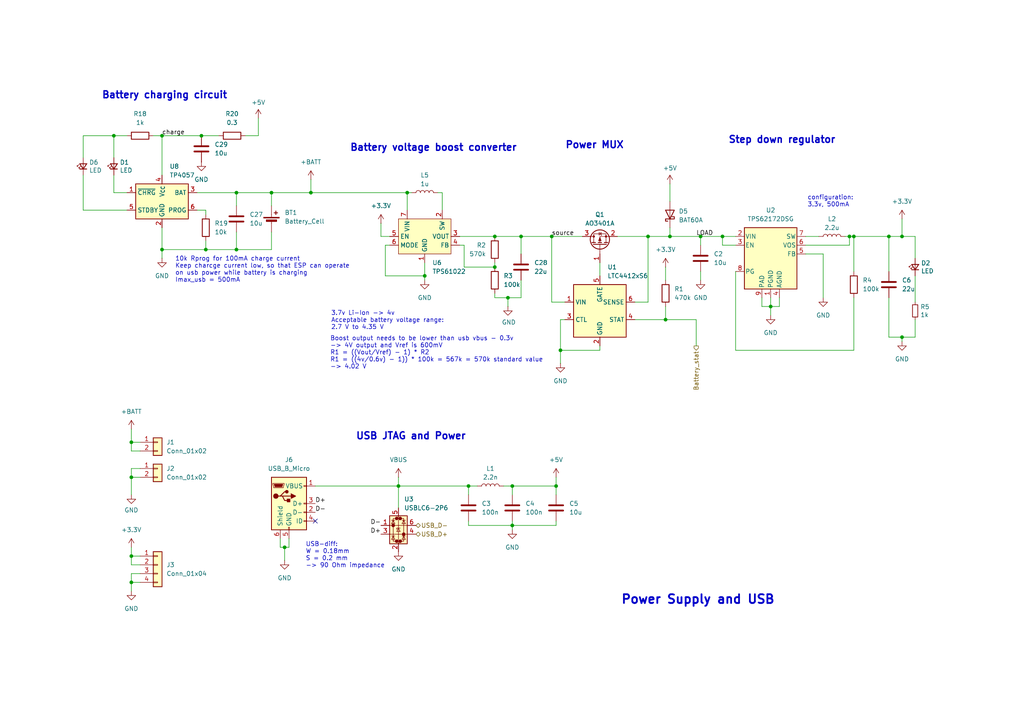
<source format=kicad_sch>
(kicad_sch (version 20231120) (generator "eeschema") (generator_version "8.0")
  (paper "A4")
  (lib_symbols
    (symbol "+3.3V_1" (power) (pin_numbers hide) (pin_names (offset 0) hide)
      (property "Value" "+3.3V" (at 0 3.556 0))
      (symbol "+3.3V_1_0_1"
        (polyline (pts (xy -0.762 1.27) (xy 0 2.54)))
        (polyline (pts (xy 0 0) (xy 0 2.54)))
        (polyline (pts (xy 0 2.54) (xy 0.762 1.27)))
      )
      (symbol "+3.3V_1_1_1"
        (pin power_in line (at 0 0 90) (length 0) (name "~") (number "1"))
      )
    )
    (symbol "+3.3V_2" (power) (pin_numbers hide) (pin_names (offset 0) hide)
      (property "Value" "+3.3V" (at 0 3.556 0))
      (symbol "+3.3V_2_0_1"
        (polyline (pts (xy -0.762 1.27) (xy 0 2.54)))
        (polyline (pts (xy 0 0) (xy 0 2.54)))
        (polyline (pts (xy 0 2.54) (xy 0.762 1.27)))
      )
      (symbol "+3.3V_2_1_1"
        (pin power_in line (at 0 0 90) (length 0) (name "~") (number "1"))
      )
    )
    (symbol "Battery_Management:TP4057"
      (property "Reference" "U" (at -6.35 6.604 0))
      (property "Value" "TP4057" (at 1.524 6.604 0))
      (symbol "TP4057_0_1"
        (rectangle (start -7.62 5.08) (end 7.62 -5.08) (stroke (width 0.254)) (fill (type background)))
      )
      (symbol "TP4057_1_1"
        (pin open_collector line (at -10.16 2.54 0) (length 2.54) (name "~{CHRG}") (number "1"))
        (pin power_in line (at 0 -7.62 90) (length 2.54) (name "GND") (number "2"))
        (pin power_out line (at 10.16 2.54 180) (length 2.54) (name "BAT") (number "3"))
        (pin power_in line (at 0 7.62 270) (length 2.54) (name "V_{CC}") (number "4"))
        (pin open_collector line (at -10.16 -2.54 0) (length 2.54) (name "STDBY") (number "5"))
        (pin passive line (at 10.16 -2.54 180) (length 2.54) (name "PROG") (number "6"))
      )
    )
    (symbol "Connector:USB_B_Micro" (pin_names (offset 1.016))
      (property "Reference" "J" (at -5.08 11.43 0))
      (property "Value" "USB_B_Micro" (at -5.08 8.89 0))
      (symbol "USB_B_Micro_0_1"
        (rectangle (start -5.08 -7.62) (end 5.08 7.62) (stroke (width 0.254)) (fill (type background)))
        (circle (center -3.81 2.159) (radius 0.635) (stroke (width 0.254)) (fill (type outline)))
        (circle (center -0.635 3.429) (radius 0.381) (stroke (width 0.254)) (fill (type outline)))
        (rectangle (start -0.127 -7.62) (end 0.127 -6.858))
        (polyline (pts (xy -1.905 2.159) (xy 0.635 2.159)) (stroke (width 0.254)))
        (polyline (pts (xy -3.175 2.159) (xy -2.54 2.159) (xy -1.27 3.429) (xy -0.635 3.429)) (stroke (width 0.254)))
        (polyline (pts (xy -2.54 2.159) (xy -1.905 2.159) (xy -1.27 0.889) (xy 0 0.889)) (stroke (width 0.254)))
        (polyline (pts (xy 0.635 2.794) (xy 0.635 1.524) (xy 1.905 2.159) (xy 0.635 2.794)) (stroke (width 0.254)) (fill (type outline)))
        (polyline (pts (xy -4.318 5.588) (xy -1.778 5.588) (xy -2.032 4.826) (xy -4.064 4.826) (xy -4.318 5.588)) (fill (type outline)))
        (polyline (pts (xy -4.699 5.842) (xy -4.699 5.588) (xy -4.445 4.826) (xy -4.445 4.572) (xy -1.651 4.572) (xy -1.651 4.826) (xy -1.397 5.588) (xy -1.397 5.842) (xy -4.699 5.842)))
        (rectangle (start 0.254 1.27) (end -0.508 0.508) (stroke (width 0.254)) (fill (type outline)))
        (rectangle (start 5.08 -5.207) (end 4.318 -4.953))
        (rectangle (start 5.08 -2.667) (end 4.318 -2.413))
        (rectangle (start 5.08 -0.127) (end 4.318 0.127))
        (rectangle (start 5.08 4.953) (end 4.318 5.207))
      )
      (symbol "USB_B_Micro_1_1"
        (pin power_out line (at 7.62 5.08 180) (length 2.54) (name "VBUS") (number "1"))
        (pin bidirectional line (at 7.62 -2.54 180) (length 2.54) (name "D-") (number "2"))
        (pin bidirectional line (at 7.62 0 180) (length 2.54) (name "D+") (number "3"))
        (pin passive line (at 7.62 -5.08 180) (length 2.54) (name "ID") (number "4"))
        (pin power_out line (at 0 -10.16 90) (length 2.54) (name "GND") (number "5"))
        (pin passive line (at -2.54 -10.16 90) (length 2.54) (name "Shield") (number "6"))
      )
    )
    (symbol "Connector_Generic:Conn_01x02" (pin_names (offset 1.016) hide)
      (property "Reference" "J" (at 0 2.54 0))
      (property "Value" "Conn_01x02" (at 0 -5.08 0))
      (symbol "Conn_01x02_1_1"
        (rectangle (start -1.27 -2.413) (end 0 -2.667) (stroke (width 0.1524)))
        (rectangle (start -1.27 0.127) (end 0 -0.127) (stroke (width 0.1524)))
        (rectangle (start -1.27 1.27) (end 1.27 -3.81) (stroke (width 0.254)) (fill (type background)))
        (pin passive line (at -5.08 0 0) (length 3.81) (name "Pin_1") (number "1"))
        (pin passive line (at -5.08 -2.54 0) (length 3.81) (name "Pin_2") (number "2"))
      )
    )
    (symbol "Connector_Generic:Conn_01x04" (pin_names (offset 1.016) hide)
      (property "Reference" "J" (at 0 5.08 0))
      (property "Value" "Conn_01x04" (at 0 -7.62 0))
      (symbol "Conn_01x04_1_1"
        (rectangle (start -1.27 -4.953) (end 0 -5.207) (stroke (width 0.1524)))
        (rectangle (start -1.27 -2.413) (end 0 -2.667) (stroke (width 0.1524)))
        (rectangle (start -1.27 0.127) (end 0 -0.127) (stroke (width 0.1524)))
        (rectangle (start -1.27 2.667) (end 0 2.413) (stroke (width 0.1524)))
        (rectangle (start -1.27 3.81) (end 1.27 -6.35) (stroke (width 0.254)) (fill (type background)))
        (pin passive line (at -5.08 2.54 0) (length 3.81) (name "Pin_1") (number "1"))
        (pin passive line (at -5.08 0 0) (length 3.81) (name "Pin_2") (number "2"))
        (pin passive line (at -5.08 -2.54 0) (length 3.81) (name "Pin_3") (number "3"))
        (pin passive line (at -5.08 -5.08 0) (length 3.81) (name "Pin_4") (number "4"))
      )
    )
    (symbol "Converter_DCDC:TPS61022"
      (property "Reference" "U" (at 0 7.62 0))
      (property "Value" "TPS61022" (at 7.62 -7.62 0))
      (symbol "TPS61022_1_1"
        (rectangle (start -7.62 5.08) (end 7.62 -5.08) (fill (type background)))
        (pin power_in line (at 0 -7.62 90) (length 2.54) (name "GND") (number "1"))
        (pin input line (at 5.08 7.62 270) (length 2.54) (name "SW") (number "2"))
        (pin power_out line (at 10.16 0 180) (length 2.54) (name "VOUT") (number "3"))
        (pin input line (at 10.16 -2.54 180) (length 2.54) (name "FB") (number "4"))
        (pin input line (at -10.16 0 0) (length 2.54) (name "EN") (number "5"))
        (pin input line (at -10.16 -2.54 0) (length 2.54) (name "MODE") (number "6"))
        (pin power_in line (at -5.08 7.62 270) (length 2.54) (name "VIN") (number "7"))
      )
    )
    (symbol "Device:Battery_Cell" (pin_numbers hide) (pin_names (offset 0) hide)
      (property "Reference" "BT" (at 2.54 2.54 0))
      (property "Value" "Battery_Cell" (at 2.54 0 0))
      (symbol "Battery_Cell_0_1"
        (rectangle (start -2.286 1.778) (end 2.286 1.524) (fill (type outline)))
        (rectangle (start -1.524 1.016) (end 1.524 0.508) (fill (type outline)))
        (polyline (pts (xy 0 0.762) (xy 0 0)))
        (polyline (pts (xy 0 1.778) (xy 0 2.54)))
        (polyline (pts (xy 0.762 3.048) (xy 1.778 3.048)) (stroke (width 0.254)))
        (polyline (pts (xy 1.27 3.556) (xy 1.27 2.54)) (stroke (width 0.254)))
      )
      (symbol "Battery_Cell_1_1"
        (pin passive line (at 0 5.08 270) (length 2.54) (name "+") (number "1"))
        (pin passive line (at 0 -2.54 90) (length 2.54) (name "-") (number "2"))
      )
    )
    (symbol "Device:C" (pin_numbers hide) (pin_names (offset 0.254))
      (property "Reference" "C" (at 0.635 2.54 0))
      (property "Value" "C" (at 0.635 -2.54 0))
      (symbol "C_0_1"
        (polyline (pts (xy -2.032 -0.762) (xy 2.032 -0.762)) (stroke (width 0.508)))
        (polyline (pts (xy -2.032 0.762) (xy 2.032 0.762)) (stroke (width 0.508)))
      )
      (symbol "C_1_1"
        (pin passive line (at 0 3.81 270) (length 2.794) (name "~") (number "1"))
        (pin passive line (at 0 -3.81 90) (length 2.794) (name "~") (number "2"))
      )
    )
    (symbol "Device:L" (pin_numbers hide) (pin_names (offset 1.016) hide)
      (property "Reference" "L" (at -1.27 0 90))
      (property "Value" "L" (at 1.905 0 90))
      (symbol "L_0_1"
        (arc (start 0 -2.54) (mid 0.6323 -1.905) (end 0 -1.27))
        (arc (start 0 -1.27) (mid 0.6323 -0.635) (end 0 0))
        (arc (start 0 0) (mid 0.6323 0.635) (end 0 1.27))
        (arc (start 0 1.27) (mid 0.6323 1.905) (end 0 2.54))
      )
      (symbol "L_1_1"
        (pin passive line (at 0 3.81 270) (length 1.27) (name "1") (number "1"))
        (pin passive line (at 0 -3.81 90) (length 1.27) (name "2") (number "2"))
      )
    )
    (symbol "Device:LED_Small" (pin_numbers hide) (pin_names (offset 0.254) hide)
      (property "Reference" "D" (at -1.27 3.175 0))
      (property "Value" "LED_Small" (at -4.445 -2.54 0))
      (symbol "LED_Small_0_1"
        (polyline (pts (xy -0.762 -1.016) (xy -0.762 1.016)) (stroke (width 0.254)))
        (polyline (pts (xy 1.016 0) (xy -0.762 0)))
        (polyline (pts (xy 0.762 -1.016) (xy -0.762 0) (xy 0.762 1.016) (xy 0.762 -1.016)) (stroke (width 0.254)))
        (polyline (pts (xy 0 0.762) (xy -0.508 1.27) (xy -0.254 1.27) (xy -0.508 1.27) (xy -0.508 1.016)))
        (polyline (pts (xy 0.508 1.27) (xy 0 1.778) (xy 0.254 1.778) (xy 0 1.778) (xy 0 1.524)))
      )
      (symbol "LED_Small_1_1"
        (pin passive line (at -2.54 0 0) (length 1.778) (name "K") (number "1"))
        (pin passive line (at 2.54 0 180) (length 1.778) (name "A") (number "2"))
      )
    )
    (symbol "Device:R" (pin_numbers hide) (pin_names (offset 0))
      (property "Reference" "R" (at 2.032 0 90))
      (property "Value" "R" (at 0 0 90))
      (symbol "R_0_1"
        (rectangle (start -1.016 -2.54) (end 1.016 2.54) (stroke (width 0.254)))
      )
      (symbol "R_1_1"
        (pin passive line (at 0 3.81 270) (length 1.27) (name "~") (number "1"))
        (pin passive line (at 0 -3.81 90) (length 1.27) (name "~") (number "2"))
      )
    )
    (symbol "Device:R_Small" (pin_numbers hide) (pin_names (offset 0.254) hide)
      (property "Reference" "R" (at 0.762 0.508 0))
      (property "Value" "R_Small" (at 0.762 -1.016 0))
      (symbol "R_Small_0_1"
        (rectangle (start -0.762 1.778) (end 0.762 -1.778) (stroke (width 0.2032)))
      )
      (symbol "R_Small_1_1"
        (pin passive line (at 0 2.54 270) (length 0.762) (name "~") (number "1"))
        (pin passive line (at 0 -2.54 90) (length 0.762) (name "~") (number "2"))
      )
    )
    (symbol "Diode:BAT60A" (pin_numbers hide) (pin_names (offset 1.016) hide)
      (property "Reference" "D" (at 0 2.54 0))
      (property "Value" "BAT60A" (at 0 -2.54 0))
      (symbol "BAT60A_0_1"
        (polyline (pts (xy 1.27 0) (xy -1.27 0)))
        (polyline (pts (xy 1.27 1.27) (xy 1.27 -1.27) (xy -1.27 0) (xy 1.27 1.27)) (stroke (width 0.254)))
        (polyline (pts (xy -1.905 0.635) (xy -1.905 1.27) (xy -1.27 1.27) (xy -1.27 -1.27) (xy -0.635 -1.27) (xy -0.635 -0.635)) (stroke (width 0.254)))
      )
      (symbol "BAT60A_1_1"
        (pin passive line (at -3.81 0 0) (length 2.54) (name "K") (number "1"))
        (pin passive line (at 3.81 0 180) (length 2.54) (name "A") (number "2"))
      )
    )
    (symbol "GND_1" (power) (pin_numbers hide) (pin_names (offset 0) hide)
      (property "Value" "GND" (at 0 -3.81 0))
      (symbol "GND_1_0_1"
        (polyline (pts (xy 0 0) (xy 0 -1.27) (xy 1.27 -1.27) (xy 0 -2.54) (xy -1.27 -1.27) (xy 0 -1.27)))
      )
      (symbol "GND_1_1_1"
        (pin power_in line (at 0 0 270) (length 0) (name "~") (number "1"))
      )
    )
    (symbol "GND_2" (power) (pin_numbers hide) (pin_names (offset 0) hide)
      (property "Value" "GND" (at 0 -3.81 0))
      (symbol "GND_2_0_1"
        (polyline (pts (xy 0 0) (xy 0 -1.27) (xy 1.27 -1.27) (xy 0 -2.54) (xy -1.27 -1.27) (xy 0 -1.27)))
      )
      (symbol "GND_2_1_1"
        (pin power_in line (at 0 0 270) (length 0) (name "~") (number "1"))
      )
    )
    (symbol "GND_3" (power) (pin_numbers hide) (pin_names (offset 0) hide)
      (property "Value" "GND" (at 0 -3.81 0))
      (symbol "GND_3_0_1"
        (polyline (pts (xy 0 0) (xy 0 -1.27) (xy 1.27 -1.27) (xy 0 -2.54) (xy -1.27 -1.27) (xy 0 -1.27)))
      )
      (symbol "GND_3_1_1"
        (pin power_in line (at 0 0 270) (length 0) (name "~") (number "1"))
      )
    )
    (symbol "GND_4" (power) (pin_numbers hide) (pin_names (offset 0) hide)
      (property "Value" "GND" (at 0 -3.81 0))
      (symbol "GND_4_0_1"
        (polyline (pts (xy 0 0) (xy 0 -1.27) (xy 1.27 -1.27) (xy 0 -2.54) (xy -1.27 -1.27) (xy 0 -1.27)))
      )
      (symbol "GND_4_1_1"
        (pin power_in line (at 0 0 270) (length 0) (name "~") (number "1"))
      )
    )
    (symbol "GND_5" (power) (pin_numbers hide) (pin_names (offset 0) hide)
      (property "Value" "GND" (at 0 -3.81 0))
      (symbol "GND_5_0_1"
        (polyline (pts (xy 0 0) (xy 0 -1.27) (xy 1.27 -1.27) (xy 0 -2.54) (xy -1.27 -1.27) (xy 0 -1.27)))
      )
      (symbol "GND_5_1_1"
        (pin power_in line (at 0 0 270) (length 0) (name "~") (number "1"))
      )
    )
    (symbol "Power_Management:LTC4412xS6"
      (property "Reference" "U" (at -6.35 8.89 0))
      (property "Value" "LTC4412xS6" (at 6.35 8.89 0))
      (symbol "LTC4412xS6_0_1"
        (rectangle (start -7.62 7.62) (end 7.62 -7.62) (stroke (width 0.254)) (fill (type background)))
      )
      (symbol "LTC4412xS6_1_1"
        (pin power_in line (at -10.16 2.54 0) (length 2.54) (name "VIN") (number "1"))
        (pin power_in line (at 0 -10.16 90) (length 2.54) (name "GND") (number "2"))
        (pin input line (at -10.16 -2.54 0) (length 2.54) (name "CTL") (number "3"))
        (pin open_collector line (at 10.16 -2.54 180) (length 2.54) (name "STAT") (number "4"))
        (pin output line (at 0 10.16 270) (length 2.54) (name "GATE") (number "5"))
        (pin input line (at 10.16 2.54 180) (length 2.54) (name "SENSE") (number "6"))
      )
    )
    (symbol "Power_Protection:USBLC6-2P6" (pin_names hide)
      (property "Reference" "U" (at 0.635 5.715 0))
      (property "Value" "USBLC6-2P6" (at 0.635 3.81 0))
      (symbol "USBLC6-2P6_0_0"
        (circle (center -1.524 0) (radius 0.0001) (stroke (width 0.508)))
        (circle (center -0.508 -4.572) (radius 0.0001) (stroke (width 0.508)))
        (circle (center -0.508 2.032) (radius 0.0001) (stroke (width 0.508)))
        (circle (center 0.508 -4.572) (radius 0.0001) (stroke (width 0.508)))
        (circle (center 0.508 2.032) (radius 0.0001) (stroke (width 0.508)))
        (circle (center 1.524 -2.54) (radius 0.0001) (stroke (width 0.508)))
      )
      (symbol "USBLC6-2P6_0_1"
        (polyline (pts (xy -2.54 -2.54) (xy 2.54 -2.54)))
        (polyline (pts (xy -2.54 0) (xy 2.54 0)))
        (polyline (pts (xy -2.032 -3.048) (xy -1.016 -3.048)))
        (polyline (pts (xy -1.016 1.524) (xy -2.032 1.524)))
        (polyline (pts (xy 1.016 -3.048) (xy 2.032 -3.048)))
        (polyline (pts (xy 1.016 1.524) (xy 2.032 1.524)))
        (polyline (pts (xy -0.508 -1.143) (xy -0.508 -0.762) (xy 0.508 -0.762)))
        (polyline (pts (xy -2.032 0.508) (xy -1.016 0.508) (xy -1.524 1.524) (xy -2.032 0.508)))
        (polyline (pts (xy -1.016 -4.064) (xy -2.032 -4.064) (xy -1.524 -3.048) (xy -1.016 -4.064)))
        (polyline (pts (xy 0.508 -1.778) (xy -0.508 -1.778) (xy 0 -0.762) (xy 0.508 -1.778)))
        (polyline (pts (xy 2.032 -4.064) (xy 1.016 -4.064) (xy 1.524 -3.048) (xy 2.032 -4.064)))
        (polyline (pts (xy 2.032 0.508) (xy 1.016 0.508) (xy 1.524 1.524) (xy 2.032 0.508)))
        (polyline (pts (xy 0 2.54) (xy -0.508 2.032) (xy 0.508 2.032) (xy 0 1.524) (xy 0 -4.064) (xy -0.508 -4.572) (xy 0.508 -4.572) (xy 0 -5.08)))
      )
      (symbol "USBLC6-2P6_1_1"
        (rectangle (start -2.54 2.794) (end 2.54 -5.334) (stroke (width 0.254)) (fill (type background)))
        (polyline (pts (xy -0.508 2.032) (xy -1.524 2.032) (xy -1.524 -4.572) (xy -0.508 -4.572)))
        (polyline (pts (xy 0.508 -4.572) (xy 1.524 -4.572) (xy 1.524 2.032) (xy 0.508 2.032)))
        (pin passive line (at -5.08 0 0) (length 2.54) (name "I/O1") (number "1"))
        (pin passive line (at 0 -7.62 90) (length 2.54) (name "GND") (number "2"))
        (pin passive line (at -5.08 -2.54 0) (length 2.54) (name "I/O2") (number "3"))
        (pin passive line (at 5.08 -2.54 180) (length 2.54) (name "I/O2") (number "4"))
        (pin passive line (at 0 5.08 270) (length 2.54) (name "VBUS") (number "5"))
        (pin passive line (at 5.08 0 180) (length 2.54) (name "I/O1") (number "6"))
      )
    )
    (symbol "Regulator_Switching:TPS62172DSG" (pin_names (offset 0.254))
      (property "Reference" "U" (at -7.62 11.43 0))
      (property "Value" "TPS62172DSG" (at -1.27 11.43 0))
      (symbol "TPS62172DSG_0_1"
        (rectangle (start -7.62 10.16) (end 7.62 -7.62) (stroke (width 0.254)) (fill (type background)))
      )
      (symbol "TPS62172DSG_1_1"
        (pin power_in line (at 0 -10.16 90) (length 2.54) (name "PGND") (number "1"))
        (pin power_in line (at -10.16 7.62 0) (length 2.54) (name "VIN") (number "2"))
        (pin input line (at -10.16 5.08 0) (length 2.54) (name "EN") (number "3"))
        (pin power_in line (at 2.54 -10.16 90) (length 2.54) (name "AGND") (number "4"))
        (pin input line (at 10.16 2.54 180) (length 2.54) (name "FB") (number "5"))
        (pin input line (at 10.16 5.08 180) (length 2.54) (name "VOS") (number "6"))
        (pin output line (at 10.16 7.62 180) (length 2.54) (name "SW") (number "7"))
        (pin open_collector line (at -10.16 -2.54 0) (length 2.54) (name "PG") (number "8"))
        (pin power_in line (at -2.54 -10.16 90) (length 2.54) (name "PAD") (number "9"))
      )
    )
    (symbol "Transistor_FET:AO3401A" (pin_names hide)
      (property "Reference" "Q" (at 5.08 1.905 0))
      (property "Value" "AO3401A" (at 5.08 0 0))
      (symbol "AO3401A_0_1"
        (polyline (pts (xy 0.254 0) (xy -2.54 0)))
        (polyline (pts (xy 0.254 1.905) (xy 0.254 -1.905)) (stroke (width 0.254)))
        (polyline (pts (xy 0.762 -1.27) (xy 0.762 -2.286)) (stroke (width 0.254)))
        (polyline (pts (xy 0.762 0.508) (xy 0.762 -0.508)) (stroke (width 0.254)))
        (polyline (pts (xy 0.762 2.286) (xy 0.762 1.27)) (stroke (width 0.254)))
        (polyline (pts (xy 2.54 2.54) (xy 2.54 1.778)))
        (polyline (pts (xy 2.54 -2.54) (xy 2.54 0) (xy 0.762 0)))
        (polyline (pts (xy 0.762 1.778) (xy 3.302 1.778) (xy 3.302 -1.778) (xy 0.762 -1.778)))
        (polyline (pts (xy 2.286 0) (xy 1.27 0.381) (xy 1.27 -0.381) (xy 2.286 0)) (fill (type outline)))
        (polyline (pts (xy 2.794 -0.508) (xy 2.921 -0.381) (xy 3.683 -0.381) (xy 3.81 -0.254)))
        (polyline (pts (xy 3.302 -0.381) (xy 2.921 0.254) (xy 3.683 0.254) (xy 3.302 -0.381)))
        (circle (center 1.651 0) (radius 2.794) (stroke (width 0.254)))
        (circle (center 2.54 -1.778) (radius 0.254) (fill (type outline)))
        (circle (center 2.54 1.778) (radius 0.254) (fill (type outline)))
      )
      (symbol "AO3401A_1_1"
        (pin input line (at -5.08 0 0) (length 2.54) (name "G") (number "1"))
        (pin passive line (at 2.54 -5.08 90) (length 2.54) (name "S") (number "2"))
        (pin passive line (at 2.54 5.08 270) (length 2.54) (name "D") (number "3"))
      )
    )
    (symbol "power:+3.3V" (power) (pin_names (offset 0))
      (property "Value" "+3.3V" (at 0 3.556 0))
      (symbol "+3.3V_0_1"
        (polyline (pts (xy -0.762 1.27) (xy 0 2.54)))
        (polyline (pts (xy 0 0) (xy 0 2.54)))
        (polyline (pts (xy 0 2.54) (xy 0.762 1.27)))
      )
      (symbol "+3.3V_1_1"
        (pin power_in line (at 0 0 90) (length 0) hide (name "+3.3V") (number "1"))
      )
    )
    (symbol "power:+5V" (power) (pin_names (offset 0))
      (property "Value" "+5V" (at 0 3.556 0))
      (symbol "+5V_0_1"
        (polyline (pts (xy -0.762 1.27) (xy 0 2.54)))
        (polyline (pts (xy 0 0) (xy 0 2.54)))
        (polyline (pts (xy 0 2.54) (xy 0.762 1.27)))
      )
      (symbol "+5V_1_1"
        (pin power_in line (at 0 0 90) (length 0) hide (name "+5V") (number "1"))
      )
    )
    (symbol "power:+BATT" (power) (pin_numbers hide) (pin_names (offset 0) hide)
      (property "Value" "+BATT" (at 0 3.556 0))
      (symbol "+BATT_0_1"
        (polyline (pts (xy -0.762 1.27) (xy 0 2.54)))
        (polyline (pts (xy 0 0) (xy 0 2.54)))
        (polyline (pts (xy 0 2.54) (xy 0.762 1.27)))
      )
      (symbol "+BATT_1_1"
        (pin power_in line (at 0 0 90) (length 0) (name "~") (number "1"))
      )
    )
    (symbol "power:GND" (power) (pin_names (offset 0))
      (property "Value" "GND" (at 0 -3.81 0))
      (symbol "GND_0_1"
        (polyline (pts (xy 0 0) (xy 0 -1.27) (xy 1.27 -1.27) (xy 0 -2.54) (xy -1.27 -1.27) (xy 0 -1.27)))
      )
      (symbol "GND_1_1"
        (pin power_in line (at 0 0 270) (length 0) hide (name "GND") (number "1"))
      )
    )
    (symbol "power:VBUS" (power) (pin_numbers hide) (pin_names (offset 0) hide)
      (property "Value" "VBUS" (at 0 3.556 0))
      (symbol "VBUS_0_1"
        (polyline (pts (xy -0.762 1.27) (xy 0 2.54)))
        (polyline (pts (xy 0 0) (xy 0 2.54)))
        (polyline (pts (xy 0 2.54) (xy 0.762 1.27)))
      )
      (symbol "VBUS_1_1"
        (pin power_in line (at 0 0 90) (length 0) (name "~") (number "1"))
      )
    )
  )
  (junction (at 68.58 55.88))
  (junction (at 203.2 68.58))
  (junction (at 187.96 68.58))
  (junction (at 90.17 55.88))
  (junction (at 246.38 68.58))
  (junction (at 257.81 68.58))
  (junction (at 118.11 55.88))
  (junction (at 247.65 68.58))
  (junction (at 38.1 168.91))
  (junction (at 46.99 39.37))
  (junction (at 123.19 80.01))
  (junction (at 151.13 68.58))
  (junction (at 261.62 68.58))
  (junction (at 135.89 140.97))
  (junction (at 58.42 39.37))
  (junction (at 143.51 68.58))
  (junction (at 38.1 128.27))
  (junction (at 33.02 39.37))
  (junction (at 223.52 88.9))
  (junction (at 147.32 86.36))
  (junction (at 68.58 72.39))
  (junction (at 148.59 152.4))
  (junction (at 194.31 68.58))
  (junction (at 193.04 92.71))
  (junction (at 115.57 140.97))
  (junction (at 261.62 97.79))
  (junction (at 209.55 68.58))
  (junction (at 38.1 161.29))
  (junction (at 143.51 77.47))
  (junction (at 38.1 138.43))
  (junction (at 82.55 158.75))
  (junction (at 59.69 72.39))
  (junction (at 148.59 140.97))
  (junction (at 46.99 72.39))
  (junction (at 160.02 68.58))
  (junction (at 78.74 55.88))
  (junction (at 161.29 140.97))
  (junction (at 162.56 101.6))
  (no_connect (at 91.44 151.13))
  (wire (pts (xy 257.81 68.58) (xy 261.62 68.58)))
  (wire (pts (xy 128.27 55.88) (xy 128.27 60.96)))
  (wire (pts (xy 160.02 68.58) (xy 160.02 87.63)))
  (wire (pts (xy 68.58 55.88) (xy 68.58 59.69)))
  (wire (pts (xy 46.99 39.37) (xy 46.99 50.8)))
  (wire (pts (xy 223.52 86.36) (xy 223.52 88.9)))
  (wire (pts (xy 38.1 166.37) (xy 38.1 168.91)))
  (wire (pts (xy 173.99 76.2) (xy 173.99 80.01)))
  (wire (pts (xy 91.44 140.97) (xy 115.57 140.97)))
  (wire (pts (xy 179.07 68.58) (xy 187.96 68.58)))
  (wire (pts (xy 68.58 67.31) (xy 68.58 72.39)))
  (wire (pts (xy 40.64 128.27) (xy 38.1 128.27)))
  (wire (pts (xy 257.81 86.36) (xy 257.81 97.79)))
  (wire (pts (xy 265.43 80.01) (xy 265.43 87.63)))
  (wire (pts (xy 38.1 124.46) (xy 38.1 128.27)))
  (wire (pts (xy 115.57 138.43) (xy 115.57 140.97)))
  (wire (pts (xy 57.15 60.96) (xy 59.69 60.96)))
  (wire (pts (xy 113.03 71.12) (xy 111.76 71.12)))
  (wire (pts (xy 40.64 135.89) (xy 38.1 135.89)))
  (wire (pts (xy 33.02 39.37) (xy 33.02 45.72)))
  (wire (pts (xy 78.74 67.31) (xy 78.74 72.39)))
  (wire (pts (xy 90.17 55.88) (xy 118.11 55.88)))
  (wire (pts (xy 246.38 68.58) (xy 247.65 68.58)))
  (wire (pts (xy 187.96 87.63) (xy 187.96 68.58)))
  (wire (pts (xy 194.31 53.34) (xy 194.31 58.42)))
  (wire (pts (xy 162.56 92.71) (xy 162.56 101.6)))
  (wire (pts (xy 133.35 71.12) (xy 134.62 71.12)))
  (wire (pts (xy 68.58 72.39) (xy 78.74 72.39)))
  (wire (pts (xy 115.57 140.97) (xy 135.89 140.97)))
  (wire (pts (xy 40.64 166.37) (xy 38.1 166.37)))
  (wire (pts (xy 33.02 39.37) (xy 24.13 39.37)))
  (wire (pts (xy 36.83 55.88) (xy 33.02 55.88)))
  (wire (pts (xy 184.15 92.71) (xy 193.04 92.71)))
  (wire (pts (xy 40.64 163.83) (xy 38.1 163.83)))
  (wire (pts (xy 24.13 50.8) (xy 24.13 60.96)))
  (wire (pts (xy 74.93 39.37) (xy 74.93 34.29)))
  (wire (pts (xy 123.19 80.01) (xy 123.19 81.28)))
  (wire (pts (xy 40.64 168.91) (xy 38.1 168.91)))
  (wire (pts (xy 24.13 45.72) (xy 24.13 39.37)))
  (wire (pts (xy 46.99 72.39) (xy 46.99 74.93)))
  (wire (pts (xy 33.02 55.88) (xy 33.02 50.8)))
  (wire (pts (xy 203.2 68.58) (xy 203.2 71.12)))
  (wire (pts (xy 33.02 39.37) (xy 36.83 39.37)))
  (wire (pts (xy 161.29 140.97) (xy 161.29 143.51)))
  (wire (pts (xy 261.62 97.79) (xy 265.43 97.79)))
  (wire (pts (xy 226.06 88.9) (xy 223.52 88.9)))
  (wire (pts (xy 135.89 151.13) (xy 135.89 152.4)))
  (wire (pts (xy 257.81 68.58) (xy 257.81 78.74)))
  (wire (pts (xy 163.83 92.71) (xy 162.56 92.71)))
  (wire (pts (xy 38.1 138.43) (xy 38.1 143.51)))
  (wire (pts (xy 233.68 73.66) (xy 238.76 73.66)))
  (wire (pts (xy 162.56 101.6) (xy 173.99 101.6)))
  (wire (pts (xy 261.62 99.06) (xy 261.62 97.79)))
  (wire (pts (xy 59.69 72.39) (xy 68.58 72.39)))
  (wire (pts (xy 194.31 68.58) (xy 203.2 68.58)))
  (wire (pts (xy 146.05 140.97) (xy 148.59 140.97)))
  (wire (pts (xy 148.59 143.51) (xy 148.59 140.97)))
  (wire (pts (xy 82.55 158.75) (xy 81.28 158.75)))
  (wire (pts (xy 147.32 86.36) (xy 151.13 86.36)))
  (wire (pts (xy 257.81 97.79) (xy 261.62 97.79)))
  (wire (pts (xy 115.57 140.97) (xy 115.57 147.32)))
  (wire (pts (xy 265.43 92.71) (xy 265.43 97.79)))
  (wire (pts (xy 233.68 71.12) (xy 246.38 71.12)))
  (wire (pts (xy 134.62 77.47) (xy 143.51 77.47)))
  (wire (pts (xy 118.11 55.88) (xy 119.38 55.88)))
  (wire (pts (xy 143.51 68.58) (xy 151.13 68.58)))
  (wire (pts (xy 118.11 55.88) (xy 118.11 60.96)))
  (wire (pts (xy 113.03 68.58) (xy 110.49 68.58)))
  (wire (pts (xy 161.29 152.4) (xy 161.29 151.13)))
  (wire (pts (xy 148.59 152.4) (xy 135.89 152.4)))
  (wire (pts (xy 148.59 151.13) (xy 148.59 152.4)))
  (wire (pts (xy 201.93 100.33) (xy 201.93 92.71)))
  (wire (pts (xy 110.49 64.77) (xy 110.49 68.58)))
  (wire (pts (xy 261.62 63.5) (xy 261.62 68.58)))
  (wire (pts (xy 127 55.88) (xy 128.27 55.88)))
  (wire (pts (xy 44.45 39.37) (xy 46.99 39.37)))
  (wire (pts (xy 46.99 39.37) (xy 58.42 39.37)))
  (wire (pts (xy 203.2 68.58) (xy 209.55 68.58)))
  (wire (pts (xy 135.89 140.97) (xy 138.43 140.97)))
  (wire (pts (xy 148.59 140.97) (xy 161.29 140.97)))
  (wire (pts (xy 162.56 105.41) (xy 162.56 101.6)))
  (wire (pts (xy 134.62 71.12) (xy 134.62 77.47)))
  (wire (pts (xy 238.76 73.66) (xy 238.76 86.36)))
  (wire (pts (xy 57.15 55.88) (xy 68.58 55.88)))
  (wire (pts (xy 143.51 85.09) (xy 143.51 86.36)))
  (wire (pts (xy 147.32 88.9) (xy 147.32 86.36)))
  (wire (pts (xy 209.55 71.12) (xy 209.55 68.58)))
  (wire (pts (xy 83.82 156.21) (xy 83.82 158.75)))
  (wire (pts (xy 213.36 78.74) (xy 213.36 101.6)))
  (wire (pts (xy 90.17 52.07) (xy 90.17 55.88)))
  (wire (pts (xy 151.13 68.58) (xy 160.02 68.58)))
  (wire (pts (xy 143.51 76.2) (xy 143.51 77.47)))
  (wire (pts (xy 220.98 86.36) (xy 220.98 88.9)))
  (wire (pts (xy 40.64 138.43) (xy 38.1 138.43)))
  (wire (pts (xy 201.93 92.71) (xy 193.04 92.71)))
  (wire (pts (xy 203.2 78.74) (xy 203.2 81.28)))
  (wire (pts (xy 187.96 68.58) (xy 194.31 68.58)))
  (wire (pts (xy 38.1 135.89) (xy 38.1 138.43)))
  (wire (pts (xy 151.13 68.58) (xy 151.13 73.66)))
  (wire (pts (xy 71.12 39.37) (xy 74.93 39.37)))
  (wire (pts (xy 151.13 81.28) (xy 151.13 86.36)))
  (wire (pts (xy 223.52 88.9) (xy 223.52 91.44)))
  (wire (pts (xy 90.17 55.88) (xy 78.74 55.88)))
  (wire (pts (xy 261.62 68.58) (xy 265.43 68.58)))
  (wire (pts (xy 24.13 60.96) (xy 36.83 60.96)))
  (wire (pts (xy 58.42 39.37) (xy 63.5 39.37)))
  (wire (pts (xy 59.69 69.85) (xy 59.69 72.39)))
  (wire (pts (xy 233.68 68.58) (xy 237.49 68.58)))
  (wire (pts (xy 245.11 68.58) (xy 246.38 68.58)))
  (wire (pts (xy 265.43 68.58) (xy 265.43 74.93)))
  (wire (pts (xy 161.29 138.43) (xy 161.29 140.97)))
  (wire (pts (xy 246.38 71.12) (xy 246.38 68.58)))
  (wire (pts (xy 213.36 71.12) (xy 209.55 71.12)))
  (wire (pts (xy 123.19 76.2) (xy 123.19 80.01)))
  (wire (pts (xy 81.28 158.75) (xy 81.28 156.21)))
  (wire (pts (xy 38.1 128.27) (xy 38.1 130.81)))
  (wire (pts (xy 38.1 168.91) (xy 38.1 171.45)))
  (wire (pts (xy 148.59 152.4) (xy 148.59 153.67)))
  (wire (pts (xy 68.58 55.88) (xy 78.74 55.88)))
  (wire (pts (xy 220.98 88.9) (xy 223.52 88.9)))
  (wire (pts (xy 40.64 130.81) (xy 38.1 130.81)))
  (wire (pts (xy 193.04 77.47) (xy 193.04 81.28)))
  (wire (pts (xy 247.65 68.58) (xy 247.65 78.74)))
  (wire (pts (xy 213.36 101.6) (xy 247.65 101.6)))
  (wire (pts (xy 133.35 68.58) (xy 143.51 68.58)))
  (wire (pts (xy 193.04 88.9) (xy 193.04 92.71)))
  (wire (pts (xy 226.06 86.36) (xy 226.06 88.9)))
  (wire (pts (xy 82.55 158.75) (xy 82.55 162.56)))
  (wire (pts (xy 163.83 87.63) (xy 160.02 87.63)))
  (wire (pts (xy 247.65 101.6) (xy 247.65 86.36)))
  (wire (pts (xy 38.1 161.29) (xy 40.64 161.29)))
  (wire (pts (xy 83.82 158.75) (xy 82.55 158.75)))
  (wire (pts (xy 173.99 101.6) (xy 173.99 100.33)))
  (wire (pts (xy 143.51 86.36) (xy 147.32 86.36)))
  (wire (pts (xy 184.15 87.63) (xy 187.96 87.63)))
  (wire (pts (xy 160.02 68.58) (xy 168.91 68.58)))
  (wire (pts (xy 38.1 161.29) (xy 38.1 163.83)))
  (wire (pts (xy 59.69 60.96) (xy 59.69 62.23)))
  (wire (pts (xy 111.76 80.01) (xy 123.19 80.01)))
  (wire (pts (xy 194.31 66.04) (xy 194.31 68.58)))
  (wire (pts (xy 78.74 55.88) (xy 78.74 59.69)))
  (wire (pts (xy 247.65 68.58) (xy 257.81 68.58)))
  (wire (pts (xy 161.29 152.4) (xy 148.59 152.4)))
  (wire (pts (xy 111.76 71.12) (xy 111.76 80.01)))
  (wire (pts (xy 213.36 68.58) (xy 209.55 68.58)))
  (wire (pts (xy 46.99 66.04) (xy 46.99 72.39)))
  (wire (pts (xy 59.69 72.39) (xy 46.99 72.39)))
  (wire (pts (xy 135.89 140.97) (xy 135.89 143.51)))
  (wire (pts (xy 38.1 158.75) (xy 38.1 161.29)))
  (text "configuration:\n3.3v, 500mA" (at 234.188 58.42 0) (effects (font (size 1.27 1.27)) (justify left)))
  (text "Power MUX" (at 172.466 42.164 0) (effects (font (size 2 2) (thickness 0.4) (bold yes))))
  (text "10k Rprog for 100mA charge current\nKeep charcge current low, so that ESP can operate\non usb power while battery is charging \nImax_usb = 500mA" (at 50.8 78.232 0) (effects (font (size 1.27 1.27)) (justify left)))
  (text "Battery charging circuit" (at 47.752 27.686 0) (effects (font (size 2 2) (thickness 0.4) (bold yes))))
  (text "USB JTAG and Power" (at 103.124 127.762 0) (effects (font (size 2 2) (thickness 0.4) (bold yes)) (justify left bottom)))
  (text "USB-diff:\nW = 0.18mm \nS = 0.2 mm\n-> 90 Ohm impedance" (at 88.646 161.036 0) (effects (font (size 1.27 1.27)) (justify left)))
  (text "Boost output needs to be lower than usb vbus - 0.3v \n-> 4V output and Vref is 600mV\nR1 = ((Vout/Vref) - 1) * R2\nR1 = ((4v/0.6v) - 1)) * 100k = 567k = 570k standard value\n-> 4.02 V" (at 95.758 102.362 0) (effects (font (size 1.27 1.27)) (justify left)))
  (text "Battery voltage boost converter" (at 125.73 42.926 0) (effects (font (size 2 2) (thickness 0.4) (bold yes))))
  (text "3.7v Li-Ion -> 4v\nAcceptable battery voltage range:\n2.7 V to 4.35 V" (at 96.012 92.964 0) (effects (font (size 1.27 1.27)) (justify left)))
  (text "Step down regulator" (at 226.822 40.64 0) (effects (font (size 2 2) (thickness 0.4) (bold yes))))
  (text "Power Supply and USB" (at 202.438 173.99 0) (effects (font (size 2.54 2.54) (thickness 0.508) (bold yes))))
  (label "D+" (at 110.49 154.94 180))
  (label "LOAD" (at 201.93 68.58 0))
  (label "source" (at 160.02 68.58 0))
  (label "D-" (at 110.49 152.4 180))
  (label "D+" (at 91.44 146.05 0))
  (label "charge" (at 46.99 39.37 0))
  (label "D-" (at 91.44 148.59 0))
  (hierarchical_label "Battery_stat" (shape output) (at 201.93 100.33 270))
  (hierarchical_label "USB_D-" (shape bidirectional) (at 120.65 152.4 0))
  (hierarchical_label "USB_D+" (shape bidirectional) (at 120.65 154.94 0))
  (symbol (lib_name "+3.3V_2") (lib_id "power:+3.3V") (at 110.49 64.77 0) (unit 1)
    (property "Reference" "#PWR018" (effects (hide yes)))
    (property "Value" "+3.3V" (at 110.49 59.69 0))
    (property "Description" "Power symbol creates a global label with name \"+3.3V\"" (effects (hide yes)))
  )
  (symbol (lib_id "Device:L") (at 123.19 55.88 90) (unit 1)
    (property "Reference" "L5" (at 123.19 50.8 90))
    (property "Value" "1u" (at 123.19 53.34 90))
    (property "Footprint" "Inductor_SMD:L_0805_2012Metric" (effects (hide yes)))
    (property "Description" "Inductor" (effects (hide yes)))
  )
  (symbol (lib_id "Connector:USB_B_Micro") (at 83.82 146.05 0) (unit 1)
    (property "Reference" "J6" (at 83.82 133.35 0))
    (property "Value" "USB_B_Micro" (at 83.82 135.89 0))
    (property "Footprint" "Connector_USB:USB_Micro-B_Molex-105017-0001" (effects (hide yes)))
    (property "Description" "USB Micro Type B connector" (effects (hide yes)))
  )
  (symbol (lib_id "Power_Protection:USBLC6-2P6") (at 115.57 152.4 0) (unit 1)
    (property "Reference" "U3" (at 117.2211 144.78 0) (effects (justify left)))
    (property "Value" "USBLC6-2P6" (at 117.2211 147.32 0) (effects (justify left)))
    (property "Footprint" "Package_TO_SOT_SMD:SOT-666" (effects (hide yes)))
    (property "Datasheet" "https://www.st.com/resource/en/datasheet/usblc6-2.pdf" (effects (hide yes)))
    (property "Description" "Very low capacitance ESD protection diode, 2 data-line, SOT-666" (effects (hide yes)))
  )
  (symbol (lib_id "Device:C") (at 135.89 147.32 0) (unit 1)
    (property "Reference" "C3" (at 139.7 146.05 0) (effects (justify left)))
    (property "Value" "100n" (at 139.7 148.59 0) (effects (justify left)))
    (property "Footprint" "Capacitor_SMD:C_0402_1005Metric" (effects (hide yes)))
  )
  (symbol (lib_id "Device:L") (at 241.3 68.58 90) (unit 1)
    (property "Reference" "L2" (at 241.3 63.5 90))
    (property "Value" "2.2u" (at 241.3 66.04 90))
    (property "Footprint" "Inductor_SMD:L_1008_2520Metric" (effects (hide yes)))
    (property "Description" "Inductor" (effects (hide yes)))
  )
  (symbol (lib_id "power:GND") (at 223.52 91.44 0) (unit 1)
    (property "Reference" "#PWR014" (effects (hide yes)))
    (property "Value" "GND" (at 223.52 96.52 0))
    (property "Description" "Power symbol creates a global label with name \"GND\" , ground" (effects (hide yes)))
  )
  (symbol (lib_id "Device:Battery_Cell") (at 78.74 64.77 0) (unit 1) (on_board no)
    (property "Reference" "BT1" (at 82.55 61.6584 0) (effects (justify left)))
    (property "Value" "Battery_Cell" (at 82.55 64.1984 0) (effects (justify left)))
    (property "Description" "Single-cell battery" (effects (hide yes)))
  )
  (symbol (lib_name "GND_2") (lib_id "power:GND") (at 147.32 88.9 0) (unit 1)
    (property "Reference" "#PWR019" (effects (hide yes)))
    (property "Value" "GND" (at 147.574 93.472 0))
    (property "Description" "Power symbol creates a global label with name \"GND\" , ground" (effects (hide yes)))
  )
  (symbol (lib_id "power:+BATT") (at 90.17 52.07 0) (unit 1)
    (property "Reference" "#PWR054" (effects (hide yes)))
    (property "Value" "+BATT" (at 90.17 46.99 0))
    (property "Description" "Power symbol creates a global label with name \"+BATT\"" (effects (hide yes)))
  )
  (symbol (lib_id "power:VBUS") (at 115.57 138.43 0) (unit 1)
    (property "Reference" "#PWR011" (effects (hide yes)))
    (property "Value" "VBUS" (at 115.57 133.35 0))
    (property "Description" "Power symbol creates a global label with name \"VBUS\"" (effects (hide yes)))
  )
  (symbol (lib_id "Device:C") (at 203.2 74.93 0) (unit 1)
    (property "Reference" "C2" (at 207.01 73.6599 0) (effects (justify left)))
    (property "Value" "10u" (at 207.01 76.1999 0) (effects (justify left)))
    (property "Footprint" "Capacitor_SMD:C_0603_1608Metric" (effects (hide yes)))
    (property "Description" "Unpolarized capacitor" (effects (hide yes)))
  )
  (symbol (lib_id "power:GND") (at 203.2 81.28 0) (unit 1)
    (property "Reference" "#PWR012" (effects (hide yes)))
    (property "Value" "GND" (at 203.2 86.36 0))
    (property "Description" "Power symbol creates a global label with name \"GND\" , ground" (effects (hide yes)))
  )
  (symbol (lib_id "Device:R_Small") (at 265.43 90.17 0) (unit 1)
    (property "Reference" "R5" (at 266.9286 89.0016 0) (effects (justify left)))
    (property "Value" "1k" (at 266.9286 91.313 0) (effects (justify left)))
    (property "Footprint" "Resistor_SMD:R_0402_1005Metric" (effects (hide yes)))
    (property "LCSC" "C163928" (effects (hide yes)))
  )
  (symbol (lib_id "Regulator_Switching:TPS62172DSG") (at 223.52 76.2 0) (unit 1)
    (property "Reference" "U2" (at 223.52 60.96 0))
    (property "Value" "TPS62172DSG" (at 223.52 63.5 0))
    (property "Footprint" "Package_SON:WSON-8-1EP_2x2mm_P0.5mm_EP0.9x1.6mm_ThermalVias" (effects (hide yes)))
    (property "Datasheet" "http://www.ti.com/lit/ds/symlink/tps62170.pdf" (effects (hide yes)))
    (property "Description" "500mA Step-Down Converter with DCS-Control, fixed 3.3V output, 3-17V input voltage, WSON-8" (effects (hide yes)))
  )
  (symbol (lib_id "Device:C") (at 161.29 147.32 0) (unit 1)
    (property "Reference" "C5" (at 165.1 146.05 0) (effects (justify left)))
    (property "Value" "10u" (at 165.1 148.59 0) (effects (justify left)))
    (property "Footprint" "Capacitor_SMD:C_0603_1608Metric" (effects (hide yes)))
  )
  (symbol (lib_id "Device:C") (at 58.42 43.18 0) (unit 1)
    (property "Reference" "C29" (at 62.23 41.9099 0) (effects (justify left)))
    (property "Value" "10u" (at 62.23 44.4499 0) (effects (justify left)))
    (property "Footprint" "Capacitor_SMD:C_0603_1608Metric" (effects (hide yes)))
    (property "Description" "Unpolarized capacitor" (effects (hide yes)))
  )
  (symbol (lib_id "Device:R") (at 67.31 39.37 270) (unit 1)
    (property "Reference" "R20" (at 67.31 33.02 90))
    (property "Value" "0.3" (at 67.31 35.56 90))
    (property "Footprint" "Resistor_SMD:R_0805_2012Metric" (effects (hide yes)))
    (property "Description" "Resistor" (effects (hide yes)))
  )
  (symbol (lib_id "Device:R") (at 40.64 39.37 90) (unit 1)
    (property "Reference" "R18" (at 40.64 33.02 90))
    (property "Value" "1k" (at 40.64 35.56 90))
    (property "Footprint" "Resistor_SMD:R_0603_1608Metric" (effects (hide yes)))
    (property "Description" "Resistor" (effects (hide yes)))
  )
  (symbol (lib_id "Battery_Management:TP4057") (at 46.99 58.42 0) (unit 1)
    (property "Reference" "U8" (at 49.1841 48.26 0) (effects (justify left)))
    (property "Value" "TP4057" (at 49.1841 50.8 0) (effects (justify left)))
    (property "Footprint" "Package_TO_SOT_SMD:TSOT-23-6" (effects (hide yes)))
    (property "Datasheet" "http://toppwr.com/uploadfile/file/20230304/640302a47b738.pdf" (effects (hide yes)))
    (property "Description" "Constant-current/constant-voltage linear charger for single cell lithium-ion batteries with 2.9V Trickle Charge, 4.5V to 6.5V VDD, -40 to +85 degree Celsius, TSOT-23-6" (effects (hide yes)))
  )
  (symbol (lib_id "Device:R") (at 143.51 72.39 0) (mirror y) (unit 1)
    (property "Reference" "R2" (at 140.97 71.1199 0) (effects (justify left)))
    (property "Value" "570k" (at 140.97 73.6599 0) (effects (justify left)))
    (property "Footprint" "Resistor_SMD:R_0402_1005Metric" (effects (hide yes)))
    (property "Description" "Resistor" (effects (hide yes)))
  )
  (symbol (lib_id "power:+BATT") (at 38.1 124.46 0) (unit 1)
    (property "Reference" "#PWR01" (effects (hide yes)))
    (property "Value" "+BATT" (at 38.1 119.38 0))
    (property "Description" "Power symbol creates a global label with name \"+BATT\"" (effects (hide yes)))
  )
  (symbol (lib_name "+3.3V_1") (lib_id "power:+3.3V") (at 193.04 77.47 0) (unit 1)
    (property "Reference" "#PWR08" (effects (hide yes)))
    (property "Value" "+3.3V" (at 193.04 72.39 0))
    (property "Description" "Power symbol creates a global label with name \"+3.3V\"" (effects (hide yes)))
  )
  (symbol (lib_id "Device:R") (at 247.65 82.55 0) (unit 1)
    (property "Reference" "R4" (at 250.19 81.2799 0) (effects (justify left)))
    (property "Value" "100k" (at 250.19 83.8199 0) (effects (justify left)))
    (property "Footprint" "Resistor_SMD:R_0402_1005Metric" (effects (hide yes)))
    (property "Description" "Resistor" (effects (hide yes)))
  )
  (symbol (lib_id "Connector_Generic:Conn_01x02") (at 45.72 135.89 0) (unit 1)
    (property "Reference" "J2" (at 48.26 135.8899 0) (effects (justify left)))
    (property "Value" "Conn_01x02" (at 48.26 138.4299 0) (effects (justify left)))
    (property "Footprint" "Connector_PinHeader_2.54mm:PinHeader_1x02_P2.54mm_Vertical" (effects (hide yes)))
    (property "Description" "Generic connector, single row, 01x02, script generated (kicad-library-utils/schlib/autogen/connector/)" (effects (hide yes)))
  )
  (symbol (lib_id "power:GND") (at 38.1 143.51 0) (unit 1)
    (property "Reference" "#PWR02" (effects (hide yes)))
    (property "Value" "GND" (at 38.1 147.955 0))
  )
  (symbol (lib_id "power:GND") (at 38.1 171.45 0) (unit 1)
    (property "Reference" "#PWR04" (effects (hide yes)))
    (property "Value" "GND" (at 38.1 176.53 0))
    (property "Description" "Power symbol creates a global label with name \"GND\" , ground" (effects (hide yes)))
  )
  (symbol (lib_id "Device:LED_Small") (at 24.13 48.26 90) (unit 1)
    (property "Reference" "D6" (at 25.8572 47.0916 90) (effects (justify right)))
    (property "Value" "LED" (at 25.8572 49.403 90) (effects (justify right)))
    (property "Footprint" "LED_SMD:LED_0805_2012Metric_Pad1.15x1.40mm_HandSolder" (effects (hide yes)))
    (property "LCSC" "C205445" (effects (hide yes)))
  )
  (symbol (lib_id "Connector_Generic:Conn_01x02") (at 45.72 128.27 0) (unit 1)
    (property "Reference" "J1" (at 48.26 128.2699 0) (effects (justify left)))
    (property "Value" "Conn_01x02" (at 48.26 130.8099 0) (effects (justify left)))
    (property "Footprint" "Connector_PinHeader_2.54mm:PinHeader_1x02_P2.54mm_Vertical" (effects (hide yes)))
    (property "Description" "Generic connector, single row, 01x02, script generated (kicad-library-utils/schlib/autogen/connector/)" (effects (hide yes)))
  )
  (symbol (lib_id "Device:C") (at 148.59 147.32 0) (unit 1)
    (property "Reference" "C4" (at 152.4 146.05 0) (effects (justify left)))
    (property "Value" "100n" (at 152.4 148.59 0) (effects (justify left)))
    (property "Footprint" "Capacitor_SMD:C_0402_1005Metric" (effects (hide yes)))
  )
  (symbol (lib_id "Device:LED_Small") (at 265.43 77.47 90) (unit 1)
    (property "Reference" "D2" (at 267.1572 76.3016 90) (effects (justify right)))
    (property "Value" "LED" (at 267.1572 78.613 90) (effects (justify right)))
    (property "Footprint" "LED_SMD:LED_0805_2012Metric_Pad1.15x1.40mm_HandSolder" (effects (hide yes)))
    (property "LCSC" "C205445" (effects (hide yes)))
  )
  (symbol (lib_id "power:GND") (at 115.57 160.02 0) (unit 1)
    (property "Reference" "#PWR013" (effects (hide yes)))
    (property "Value" "GND" (at 115.57 165.1 0))
  )
  (symbol (lib_id "power:+5V") (at 161.29 138.43 0) (unit 1)
    (property "Reference" "#PWR017" (effects (hide yes)))
    (property "Value" "+5V" (at 161.29 133.35 0))
  )
  (symbol (lib_id "Device:LED_Small") (at 33.02 48.26 90) (unit 1)
    (property "Reference" "D1" (at 34.7472 47.0916 90) (effects (justify right)))
    (property "Value" "LED" (at 34.7472 49.403 90) (effects (justify right)))
    (property "Footprint" "LED_SMD:LED_0805_2012Metric_Pad1.15x1.40mm_HandSolder" (effects (hide yes)))
    (property "LCSC" "C205445" (effects (hide yes)))
  )
  (symbol (lib_id "power:+3.3V") (at 38.1 158.75 0) (unit 1)
    (property "Reference" "#PWR03" (effects (hide yes)))
    (property "Value" "+3.3V" (at 38.1 153.67 0))
  )
  (symbol (lib_id "Transistor_FET:AO3401A") (at 173.99 71.12 90) (unit 1)
    (property "Reference" "Q1" (at 173.99 62.23 90))
    (property "Value" "AO3401A" (at 173.99 64.77 90))
    (property "Footprint" "Package_TO_SOT_SMD:SOT-23" (effects (hide yes)))
    (property "Datasheet" "http://www.aosmd.com/pdfs/datasheet/AO3401A.pdf" (effects (hide yes)))
    (property "Description" "-4.0A Id, -30V Vds, P-Channel MOSFET, SOT-23" (effects (hide yes)))
  )
  (symbol (lib_id "power:+5V") (at 194.31 53.34 0) (unit 1)
    (property "Reference" "#PWR07" (effects (hide yes)))
    (property "Value" "+5V" (at 192.278 48.768 0) (effects (justify left)))
  )
  (symbol (lib_id "power:GND") (at 238.76 86.36 0) (unit 1)
    (property "Reference" "#PWR016" (effects (hide yes)))
    (property "Value" "GND" (at 238.76 91.44 0))
    (property "Description" "Power symbol creates a global label with name \"GND\" , ground" (effects (hide yes)))
  )
  (symbol (lib_id "Device:R") (at 193.04 85.09 0) (unit 1)
    (property "Reference" "R1" (at 195.58 83.8199 0) (effects (justify left)))
    (property "Value" "470k" (at 195.58 86.3599 0) (effects (justify left)))
    (property "Footprint" "Resistor_SMD:R_0402_1005Metric" (effects (hide yes)))
    (property "Description" "Resistor" (effects (hide yes)))
  )
  (symbol (lib_id "power:+5V") (at 74.93 34.29 0) (unit 1)
    (property "Reference" "#PWR053" (effects (hide yes)))
    (property "Value" "+5V" (at 72.898 29.718 0) (effects (justify left)))
  )
  (symbol (lib_name "GND_4") (lib_id "power:GND") (at 46.99 74.93 0) (unit 1)
    (property "Reference" "#PWR051" (effects (hide yes)))
    (property "Value" "GND" (at 46.99 80.01 0))
    (property "Description" "Power symbol creates a global label with name \"GND\" , ground" (effects (hide yes)))
  )
  (symbol (lib_id "power:+3.3V") (at 261.62 63.5 0) (unit 1)
    (property "Reference" "#PWR020" (effects (hide yes)))
    (property "Value" "+3.3V" (at 261.62 58.42 0))
  )
  (symbol (lib_id "Diode:BAT60A") (at 194.31 62.23 90) (unit 1)
    (property "Reference" "D5" (at 196.85 61.2774 90) (effects (justify right)))
    (property "Value" "BAT60A" (at 196.85 63.8174 90) (effects (justify right)))
    (property "Footprint" "Diode_SMD:D_SOD-323" (effects (hide yes)))
    (property "Datasheet" "https://www.infineon.com/dgdl/Infineon-BAT60ASERIES-DS-v01_01-en.pdf?fileId=db3a304313d846880113def70c9304a9" (effects (hide yes)))
    (property "Description" "10V 3A High Current Recitifier Schottky Diode, SOD-323" (effects (hide yes)))
  )
  (symbol (lib_id "power:GND") (at 261.62 99.06 0) (unit 1)
    (property "Reference" "#PWR021" (effects (hide yes)))
    (property "Value" "GND" (at 261.62 104.14 0))
    (property "Description" "Power symbol creates a global label with name \"GND\" , ground" (effects (hide yes)))
  )
  (symbol (lib_id "Power_Management:LTC4412xS6") (at 173.99 90.17 0) (unit 1)
    (property "Reference" "U1" (at 176.1841 77.47 0) (effects (justify left)))
    (property "Value" "LTC4412xS6" (at 176.1841 80.01 0) (effects (justify left)))
    (property "Footprint" "Package_TO_SOT_SMD:TSOT-23-6" (effects (hide yes)))
    (property "Datasheet" "https://www.analog.com/media/en/technical-documentation/data-sheets/4412fb.pdf" (effects (hide yes)))
    (property "Description" "Low Loss PowerPath Controller, TSOT-23-6" (effects (hide yes)))
  )
  (symbol (lib_name "GND_2") (lib_id "power:GND") (at 123.19 81.28 0) (unit 1)
    (property "Reference" "#PWR010" (effects (hide yes)))
    (property "Value" "GND" (at 123.19 86.36 0))
    (property "Description" "Power symbol creates a global label with name \"GND\" , ground" (effects (hide yes)))
  )
  (symbol (lib_name "GND_3") (lib_id "power:GND") (at 82.55 162.56 0) (unit 1)
    (property "Reference" "#PWR056" (effects (hide yes)))
    (property "Value" "GND" (at 82.55 167.64 0))
    (property "Description" "Power symbol creates a global label with name \"GND\" , ground" (effects (hide yes)))
  )
  (symbol (lib_id "Device:C") (at 68.58 63.5 0) (unit 1)
    (property "Reference" "C27" (at 72.39 62.2299 0) (effects (justify left)))
    (property "Value" "10u" (at 72.39 64.7699 0) (effects (justify left)))
    (property "Footprint" "Capacitor_SMD:C_0603_1608Metric" (effects (hide yes)))
    (property "Description" "Unpolarized capacitor" (effects (hide yes)))
  )
  (symbol (lib_id "power:GND") (at 148.59 153.67 0) (unit 1)
    (property "Reference" "#PWR015" (effects (hide yes)))
    (property "Value" "GND" (at 148.59 158.75 0))
  )
  (symbol (lib_id "Device:C") (at 257.81 82.55 0) (unit 1)
    (property "Reference" "C6" (at 261.62 81.2799 0) (effects (justify left)))
    (property "Value" "22u" (at 261.62 83.8199 0) (effects (justify left)))
    (property "Footprint" "Capacitor_SMD:C_0805_2012Metric" (effects (hide yes)))
    (property "Description" "Unpolarized capacitor" (effects (hide yes)))
  )
  (symbol (lib_name "GND_1") (lib_id "power:GND") (at 162.56 105.41 0) (unit 1)
    (property "Reference" "#PWR06" (effects (hide yes)))
    (property "Value" "GND" (at 162.56 110.49 0))
    (property "Description" "Power symbol creates a global label with name \"GND\" , ground" (effects (hide yes)))
  )
  (symbol (lib_id "Device:L") (at 142.24 140.97 90) (unit 1)
    (property "Reference" "L1" (at 142.24 135.89 90))
    (property "Value" "2.2n" (at 142.24 138.43 90))
    (property "Footprint" "Inductor_SMD:L_0603_1608Metric" (effects (hide yes)))
  )
  (symbol (lib_id "Connector_Generic:Conn_01x04") (at 45.72 163.83 0) (unit 1)
    (property "Reference" "J3" (at 48.26 163.8299 0) (effects (justify left)))
    (property "Value" "Conn_01x04" (at 48.26 166.3699 0) (effects (justify left)))
    (property "Footprint" "Connector_PinHeader_2.54mm:PinHeader_1x04_P2.54mm_Vertical" (effects (hide yes)))
    (property "Description" "Generic connector, single row, 01x04, script generated (kicad-library-utils/schlib/autogen/connector/)" (effects (hide yes)))
  )
  (symbol (lib_id "Converter_DCDC:TPS61022") (at 123.19 68.58 0) (unit 1)
    (property "Reference" "U6" (at 125.3841 76.2 0) (effects (justify left)))
    (property "Value" "TPS61022" (at 125.3841 78.74 0) (effects (justify left)))
    (property "Footprint" "Package_DFN_QFN:Texas_RWU0007A_VQFN-7_2x2mm_P0.5mm" (effects (hide yes)))
    (property "Datasheet" "https://www.ti.com/lit/ds/symlink/tps61022.pdf" (effects (hide yes)))
    (property "Description" "8A Boost Converter, 0.5-5.5 V input, 2.2-5.5V output, Texas RWU0007A VQFN-7" (effects (hide yes)))
  )
  (symbol (lib_id "Device:R") (at 143.51 81.28 0) (unit 1)
    (property "Reference" "R3" (at 146.05 80.0099 0) (effects (justify left)))
    (property "Value" "100k" (at 146.05 82.5499 0) (effects (justify left)))
    (property "Footprint" "Resistor_SMD:R_0402_1005Metric" (effects (hide yes)))
    (property "Description" "Resistor" (effects (hide yes)))
  )
  (symbol (lib_id "Device:R") (at 59.69 66.04 180) (unit 1)
    (property "Reference" "R19" (at 62.23 64.7699 0) (effects (justify right)))
    (property "Value" "10k" (at 62.23 67.3099 0) (effects (justify right)))
    (property "Footprint" "Resistor_SMD:R_0402_1005Metric" (effects (hide yes)))
    (property "Description" "Resistor" (effects (hide yes)))
  )
  (symbol (lib_id "Device:C") (at 151.13 77.47 0) (unit 1)
    (property "Reference" "C28" (at 154.94 76.1999 0) (effects (justify left)))
    (property "Value" "22u" (at 154.94 78.7399 0) (effects (justify left)))
    (property "Footprint" "Capacitor_SMD:C_0805_2012Metric" (effects (hide yes)))
    (property "Description" "Unpolarized capacitor" (effects (hide yes)))
  )
  (symbol (lib_name "GND_5") (lib_id "power:GND") (at 58.42 46.99 0) (unit 1)
    (property "Reference" "#PWR052" (effects (hide yes)))
    (property "Value" "GND" (at 58.42 52.07 0))
    (property "Description" "Power symbol creates a global label with name \"GND\" , ground" (effects (hide yes)))
  )
)
</source>
